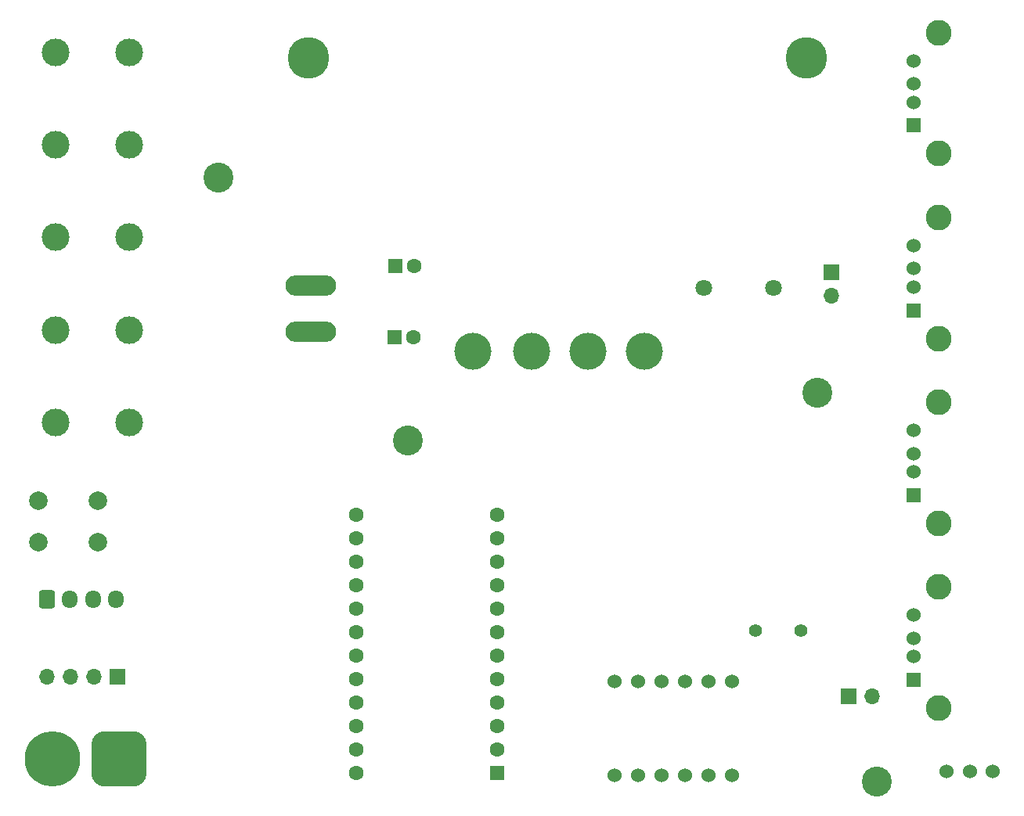
<source format=gbr>
%TF.GenerationSoftware,KiCad,Pcbnew,8.0.4*%
%TF.CreationDate,2024-09-07T15:05:54-07:00*%
%TF.ProjectId,PDB,5044422e-6b69-4636-9164-5f7063625858,rev?*%
%TF.SameCoordinates,Original*%
%TF.FileFunction,Soldermask,Bot*%
%TF.FilePolarity,Negative*%
%FSLAX46Y46*%
G04 Gerber Fmt 4.6, Leading zero omitted, Abs format (unit mm)*
G04 Created by KiCad (PCBNEW 8.0.4) date 2024-09-07 15:05:54*
%MOMM*%
%LPD*%
G01*
G04 APERTURE LIST*
G04 Aperture macros list*
%AMRoundRect*
0 Rectangle with rounded corners*
0 $1 Rounding radius*
0 $2 $3 $4 $5 $6 $7 $8 $9 X,Y pos of 4 corners*
0 Add a 4 corners polygon primitive as box body*
4,1,4,$2,$3,$4,$5,$6,$7,$8,$9,$2,$3,0*
0 Add four circle primitives for the rounded corners*
1,1,$1+$1,$2,$3*
1,1,$1+$1,$4,$5*
1,1,$1+$1,$6,$7*
1,1,$1+$1,$8,$9*
0 Add four rect primitives between the rounded corners*
20,1,$1+$1,$2,$3,$4,$5,0*
20,1,$1+$1,$4,$5,$6,$7,0*
20,1,$1+$1,$6,$7,$8,$9,0*
20,1,$1+$1,$8,$9,$2,$3,0*%
G04 Aperture macros list end*
%ADD10R,1.600000X1.600000*%
%ADD11C,1.600000*%
%ADD12R,1.700000X1.700000*%
%ADD13O,1.700000X1.700000*%
%ADD14R,1.524000X1.524000*%
%ADD15C,1.524000*%
%ADD16C,2.800000*%
%ADD17RoundRect,0.250000X-0.600000X-0.725000X0.600000X-0.725000X0.600000X0.725000X-0.600000X0.725000X0*%
%ADD18O,1.700000X1.950000*%
%ADD19C,1.800000*%
%ADD20C,1.400000*%
%ADD21C,3.000000*%
%ADD22C,3.240000*%
%ADD23C,2.000000*%
%ADD24C,4.495800*%
%ADD25C,4.000000*%
%ADD26O,5.500000X2.200000*%
%ADD27RoundRect,1.500000X1.500000X1.500000X-1.500000X1.500000X-1.500000X-1.500000X1.500000X-1.500000X0*%
%ADD28C,6.000000*%
G04 APERTURE END LIST*
D10*
%TO.C,C2*%
X100695688Y-53898800D03*
D11*
X102695688Y-53898800D03*
%TD*%
D12*
%TO.C,J1*%
X147955000Y-46883400D03*
D13*
X147955000Y-49423400D03*
%TD*%
D14*
%TO.C,USB2*%
X156845000Y-50998000D03*
D15*
X156845000Y-48498000D03*
X156845000Y-46498000D03*
X156845000Y-43998000D03*
D16*
X159555000Y-40948000D03*
X159555000Y-54048000D03*
%TD*%
D17*
%TO.C,Jst1*%
X63093600Y-82270600D03*
D18*
X65593600Y-82270600D03*
X68093600Y-82270600D03*
X70593600Y-82270600D03*
%TD*%
D15*
%TO.C,D3*%
X124460000Y-101346000D03*
X127000000Y-101346000D03*
X129540000Y-101346000D03*
X132080000Y-101346000D03*
X134620000Y-101346000D03*
X137160000Y-101346000D03*
X137160000Y-91186000D03*
X134620000Y-91186000D03*
X132080000Y-91186000D03*
X129540000Y-91186000D03*
X127000000Y-91186000D03*
X124460000Y-91186000D03*
%TD*%
D19*
%TO.C,B1*%
X134172000Y-48614000D03*
X141672000Y-48614000D03*
%TD*%
D20*
%TO.C,Y1*%
X144613800Y-85623400D03*
X139713800Y-85623400D03*
%TD*%
D14*
%TO.C,USB3*%
X156845000Y-70998000D03*
D15*
X156845000Y-68498000D03*
X156845000Y-66498000D03*
X156845000Y-63998000D03*
D16*
X159555000Y-60948000D03*
X159555000Y-74048000D03*
%TD*%
D21*
%TO.C,A2*%
X72000000Y-33113400D03*
X64000000Y-33113400D03*
%TD*%
D10*
%TO.C,Pro1*%
X111760000Y-101092000D03*
D11*
X111760000Y-98552000D03*
X111760000Y-96012000D03*
X111760000Y-93472000D03*
X111760000Y-90932000D03*
X111760000Y-88392000D03*
X111760000Y-85852000D03*
X111760000Y-83312000D03*
X111760000Y-80772000D03*
X111760000Y-78232000D03*
X111760000Y-75692000D03*
X111760000Y-73152000D03*
X96520000Y-73152000D03*
X96520000Y-75692000D03*
X96520000Y-78232000D03*
X96520000Y-80772000D03*
X96520000Y-83312000D03*
X96520000Y-85852000D03*
X96520000Y-88392000D03*
X96520000Y-90932000D03*
X96520000Y-93472000D03*
X96520000Y-96012000D03*
X96520000Y-98552000D03*
X96520000Y-101092000D03*
%TD*%
D21*
%TO.C,A4*%
X72000000Y-53113400D03*
X64000000Y-53113400D03*
%TD*%
D14*
%TO.C,USB1*%
X156845000Y-30998000D03*
D15*
X156845000Y-28498000D03*
X156845000Y-26498000D03*
X156845000Y-23998000D03*
D16*
X159555000Y-20948000D03*
X159555000Y-34048000D03*
%TD*%
D10*
%TO.C,C1*%
X100797288Y-46228000D03*
D11*
X102797288Y-46228000D03*
%TD*%
D22*
%TO.C,REF\u002A\u002A*%
X102108000Y-65125600D03*
%TD*%
D21*
%TO.C,A5*%
X72000000Y-63113400D03*
X64000000Y-63113400D03*
%TD*%
D15*
%TO.C,SW2*%
X160415600Y-100863400D03*
X162915600Y-100863400D03*
X165415600Y-100863400D03*
%TD*%
D23*
%TO.C,SW3*%
X68650000Y-76100000D03*
X62150000Y-76100000D03*
X68650000Y-71600000D03*
X62150000Y-71600000D03*
%TD*%
D21*
%TO.C,A3*%
X72000000Y-43113400D03*
X64000000Y-43113400D03*
%TD*%
D24*
%TO.C,Converter1*%
X145211800Y-23672800D03*
X91363800Y-23672800D03*
D25*
X127685800Y-55422800D03*
X121589800Y-55422800D03*
X115493800Y-55422800D03*
X109143800Y-55422800D03*
%TD*%
D21*
%TO.C,A1*%
X72000000Y-23113400D03*
X64000000Y-23113400D03*
%TD*%
D26*
%TO.C,Sw1*%
X91617800Y-53340000D03*
X91617800Y-48340000D03*
%TD*%
D27*
%TO.C,Batt1*%
X70866000Y-99568000D03*
D28*
X63666000Y-99568000D03*
%TD*%
D22*
%TO.C,REF\u002A\u002A*%
X81635600Y-36677600D03*
%TD*%
%TO.C,REF\u002A\u002A*%
X152883400Y-102006400D03*
%TD*%
%TO.C,REF\u002A\u002A*%
X146456400Y-59944000D03*
%TD*%
D12*
%TO.C,J2*%
X70713600Y-90627200D03*
D13*
X68173600Y-90627200D03*
X65633600Y-90627200D03*
X63093600Y-90627200D03*
%TD*%
D12*
%TO.C,J3*%
X149800000Y-92800000D03*
D13*
X152340000Y-92800000D03*
%TD*%
D14*
%TO.C,DATA1*%
X156845000Y-90998000D03*
D15*
X156845000Y-88498000D03*
X156845000Y-86498000D03*
X156845000Y-83998000D03*
D16*
X159555000Y-80948000D03*
X159555000Y-94048000D03*
%TD*%
M02*

</source>
